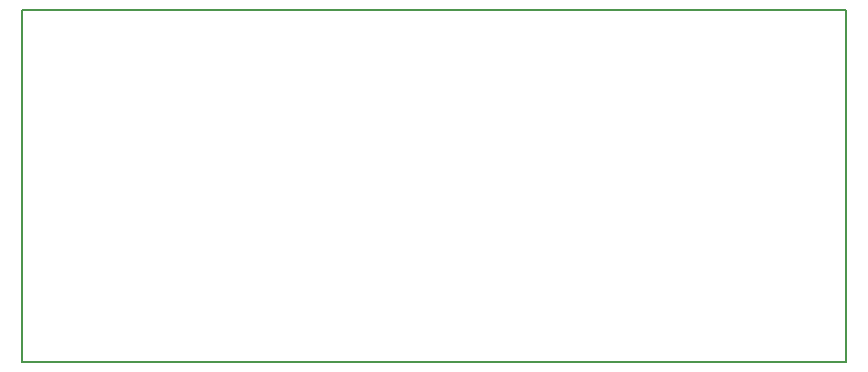
<source format=gbo>
G04 MADE WITH FRITZING*
G04 WWW.FRITZING.ORG*
G04 DOUBLE SIDED*
G04 HOLES PLATED*
G04 CONTOUR ON CENTER OF CONTOUR VECTOR*
%ASAXBY*%
%FSLAX23Y23*%
%MOIN*%
%OFA0B0*%
%SFA1.0B1.0*%
%ADD10R,2.755910X1.181100X2.739910X1.165100*%
%ADD11C,0.008000*%
%LNSILK0*%
G90*
G70*
G54D11*
X4Y1177D02*
X2752Y1177D01*
X2752Y4D01*
X4Y4D01*
X4Y1177D01*
D02*
G04 End of Silk0*
M02*
</source>
